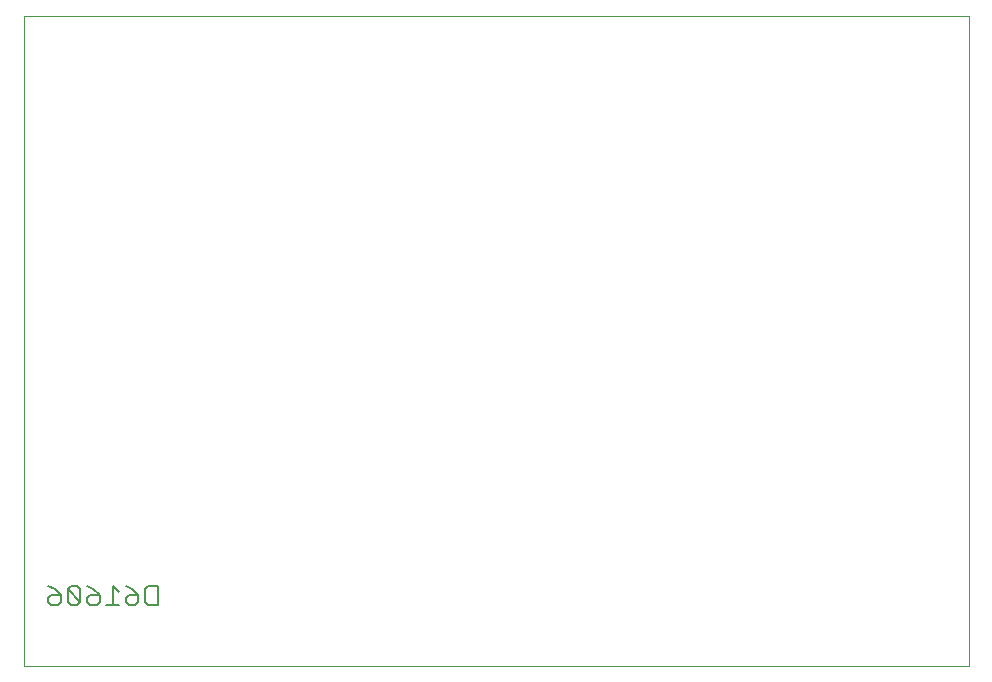
<source format=gbo>
G75*
G70*
%OFA0B0*%
%FSLAX24Y24*%
%IPPOS*%
%LPD*%
%AMOC8*
5,1,8,0,0,1.08239X$1,22.5*
%
%ADD10C,0.0000*%
%ADD11C,0.0060*%
D10*
X002180Y000680D02*
X002180Y022334D01*
X033676Y022334D01*
X033676Y000680D01*
X002180Y000680D01*
D11*
X003107Y002710D02*
X003000Y002817D01*
X003000Y002924D01*
X003107Y003030D01*
X003427Y003030D01*
X003427Y002817D01*
X003320Y002710D01*
X003107Y002710D01*
X003427Y003030D02*
X003214Y003244D01*
X003000Y003351D01*
X003645Y003244D02*
X004072Y002817D01*
X003965Y002710D01*
X003752Y002710D01*
X003645Y002817D01*
X003645Y003244D01*
X003752Y003351D01*
X003965Y003351D01*
X004072Y003244D01*
X004072Y002817D01*
X004289Y002817D02*
X004289Y002924D01*
X004396Y003030D01*
X004716Y003030D01*
X004716Y002817D01*
X004610Y002710D01*
X004396Y002710D01*
X004289Y002817D01*
X004503Y003244D02*
X004716Y003030D01*
X004503Y003244D02*
X004289Y003351D01*
X005147Y003351D02*
X005147Y002710D01*
X004934Y002710D02*
X005361Y002710D01*
X005578Y002817D02*
X005578Y002924D01*
X005685Y003030D01*
X006005Y003030D01*
X006005Y002817D01*
X005899Y002710D01*
X005685Y002710D01*
X005578Y002817D01*
X005361Y003137D02*
X005147Y003351D01*
X005578Y003351D02*
X005792Y003244D01*
X006005Y003030D01*
X006223Y002817D02*
X006223Y003244D01*
X006330Y003351D01*
X006650Y003351D01*
X006650Y002710D01*
X006330Y002710D01*
X006223Y002817D01*
M02*

</source>
